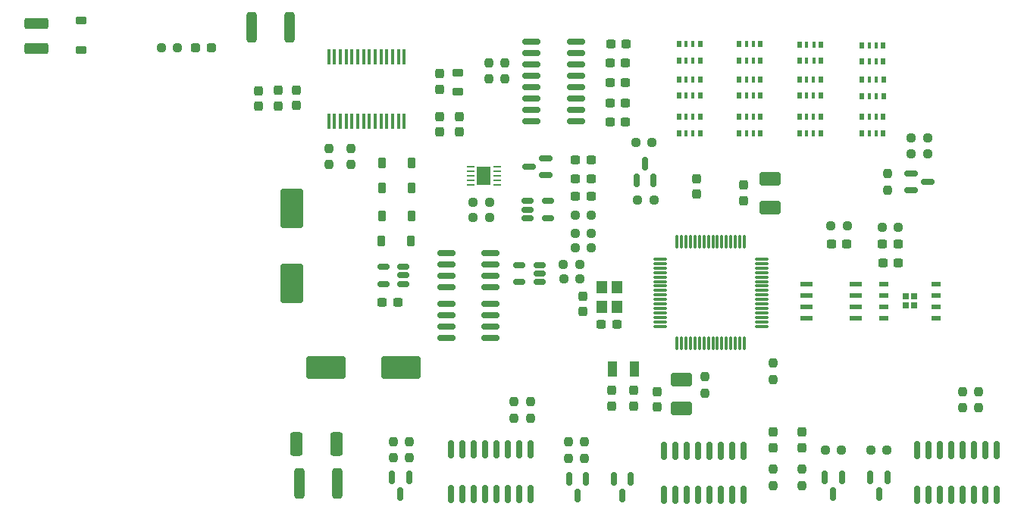
<source format=gtp>
%TF.GenerationSoftware,KiCad,Pcbnew,7.0.1*%
%TF.CreationDate,2023-06-06T18:19:58-03:00*%
%TF.ProjectId,HLI-M,484c492d-4d2e-46b6-9963-61645f706362,rev?*%
%TF.SameCoordinates,Original*%
%TF.FileFunction,Paste,Top*%
%TF.FilePolarity,Positive*%
%FSLAX46Y46*%
G04 Gerber Fmt 4.6, Leading zero omitted, Abs format (unit mm)*
G04 Created by KiCad (PCBNEW 7.0.1) date 2023-06-06 18:19:58*
%MOMM*%
%LPD*%
G01*
G04 APERTURE LIST*
G04 Aperture macros list*
%AMRoundRect*
0 Rectangle with rounded corners*
0 $1 Rounding radius*
0 $2 $3 $4 $5 $6 $7 $8 $9 X,Y pos of 4 corners*
0 Add a 4 corners polygon primitive as box body*
4,1,4,$2,$3,$4,$5,$6,$7,$8,$9,$2,$3,0*
0 Add four circle primitives for the rounded corners*
1,1,$1+$1,$2,$3*
1,1,$1+$1,$4,$5*
1,1,$1+$1,$6,$7*
1,1,$1+$1,$8,$9*
0 Add four rect primitives between the rounded corners*
20,1,$1+$1,$2,$3,$4,$5,0*
20,1,$1+$1,$4,$5,$6,$7,0*
20,1,$1+$1,$6,$7,$8,$9,0*
20,1,$1+$1,$8,$9,$2,$3,0*%
G04 Aperture macros list end*
%ADD10RoundRect,0.237500X-0.300000X-0.237500X0.300000X-0.237500X0.300000X0.237500X-0.300000X0.237500X0*%
%ADD11RoundRect,0.237500X0.300000X0.237500X-0.300000X0.237500X-0.300000X-0.237500X0.300000X-0.237500X0*%
%ADD12RoundRect,0.250001X0.924999X-0.499999X0.924999X0.499999X-0.924999X0.499999X-0.924999X-0.499999X0*%
%ADD13RoundRect,0.237500X0.237500X-0.300000X0.237500X0.300000X-0.237500X0.300000X-0.237500X-0.300000X0*%
%ADD14RoundRect,0.250001X-0.924999X0.499999X-0.924999X-0.499999X0.924999X-0.499999X0.924999X0.499999X0*%
%ADD15R,0.500000X0.800000*%
%ADD16R,0.400000X0.800000*%
%ADD17RoundRect,0.237500X-0.237500X0.287500X-0.237500X-0.287500X0.237500X-0.287500X0.237500X0.287500X0*%
%ADD18RoundRect,0.150000X0.150000X-0.587500X0.150000X0.587500X-0.150000X0.587500X-0.150000X-0.587500X0*%
%ADD19RoundRect,0.150000X-0.150000X0.587500X-0.150000X-0.587500X0.150000X-0.587500X0.150000X0.587500X0*%
%ADD20RoundRect,0.237500X-0.250000X-0.237500X0.250000X-0.237500X0.250000X0.237500X-0.250000X0.237500X0*%
%ADD21RoundRect,0.237500X0.250000X0.237500X-0.250000X0.237500X-0.250000X-0.237500X0.250000X-0.237500X0*%
%ADD22RoundRect,0.237500X-0.237500X0.250000X-0.237500X-0.250000X0.237500X-0.250000X0.237500X0.250000X0*%
%ADD23RoundRect,0.237500X0.237500X-0.250000X0.237500X0.250000X-0.237500X0.250000X-0.237500X-0.250000X0*%
%ADD24RoundRect,0.075000X0.662500X0.075000X-0.662500X0.075000X-0.662500X-0.075000X0.662500X-0.075000X0*%
%ADD25RoundRect,0.075000X0.075000X0.662500X-0.075000X0.662500X-0.075000X-0.662500X0.075000X-0.662500X0*%
%ADD26R,0.812800X0.254000*%
%ADD27R,1.600000X2.000000*%
%ADD28RoundRect,0.150000X-0.512500X-0.150000X0.512500X-0.150000X0.512500X0.150000X-0.512500X0.150000X0*%
%ADD29R,1.460500X0.538480*%
%ADD30RoundRect,0.150000X0.512500X0.150000X-0.512500X0.150000X-0.512500X-0.150000X0.512500X-0.150000X0*%
%ADD31RoundRect,0.150000X-0.150000X0.825000X-0.150000X-0.825000X0.150000X-0.825000X0.150000X0.825000X0*%
%ADD32RoundRect,0.150000X0.825000X0.150000X-0.825000X0.150000X-0.825000X-0.150000X0.825000X-0.150000X0*%
%ADD33RoundRect,0.237500X-0.237500X0.300000X-0.237500X-0.300000X0.237500X-0.300000X0.237500X0.300000X0*%
%ADD34RoundRect,0.218750X0.381250X-0.218750X0.381250X0.218750X-0.381250X0.218750X-0.381250X-0.218750X0*%
%ADD35RoundRect,0.250000X-0.312500X-1.450000X0.312500X-1.450000X0.312500X1.450000X-0.312500X1.450000X0*%
%ADD36RoundRect,0.237500X0.287500X0.237500X-0.287500X0.237500X-0.287500X-0.237500X0.287500X-0.237500X0*%
%ADD37RoundRect,0.150000X0.587500X0.150000X-0.587500X0.150000X-0.587500X-0.150000X0.587500X-0.150000X0*%
%ADD38RoundRect,0.250000X-1.950000X-1.000000X1.950000X-1.000000X1.950000X1.000000X-1.950000X1.000000X0*%
%ADD39RoundRect,0.150000X-0.587500X-0.150000X0.587500X-0.150000X0.587500X0.150000X-0.587500X0.150000X0*%
%ADD40RoundRect,0.225000X-0.225000X-0.375000X0.225000X-0.375000X0.225000X0.375000X-0.225000X0.375000X0*%
%ADD41RoundRect,0.250000X-1.000000X1.950000X-1.000000X-1.950000X1.000000X-1.950000X1.000000X1.950000X0*%
%ADD42R,1.200000X1.400000*%
%ADD43RoundRect,0.225000X0.375000X-0.225000X0.375000X0.225000X-0.375000X0.225000X-0.375000X-0.225000X0*%
%ADD44RoundRect,0.250000X0.425000X1.075000X-0.425000X1.075000X-0.425000X-1.075000X0.425000X-1.075000X0*%
%ADD45R,0.800000X0.800000*%
%ADD46R,1.100000X0.500000*%
%ADD47RoundRect,0.250000X0.312500X1.450000X-0.312500X1.450000X-0.312500X-1.450000X0.312500X-1.450000X0*%
%ADD48R,1.000000X1.800000*%
%ADD49RoundRect,0.250000X-1.075000X0.375000X-1.075000X-0.375000X1.075000X-0.375000X1.075000X0.375000X0*%
%ADD50R,0.450000X1.750000*%
G04 APERTURE END LIST*
D10*
%TO.C,C6*%
X110775000Y-75150000D03*
X112500000Y-75150000D03*
%TD*%
%TO.C,C9*%
X132337500Y-59200000D03*
X134062500Y-59200000D03*
%TD*%
%TO.C,C12*%
X132337500Y-63251000D03*
X134062500Y-63251000D03*
%TD*%
%TO.C,C13*%
X166650500Y-68630800D03*
X168375500Y-68630800D03*
%TD*%
D11*
%TO.C,C14*%
X168426300Y-70688200D03*
X166701300Y-70688200D03*
%TD*%
%TO.C,C15*%
X162662500Y-68600000D03*
X160937500Y-68600000D03*
%TD*%
D12*
%TO.C,C16*%
X154100000Y-64525000D03*
X154100000Y-61275000D03*
%TD*%
D13*
%TO.C,C17*%
X151155400Y-63752900D03*
X151155400Y-62027900D03*
%TD*%
%TO.C,C18*%
X145900000Y-63002478D03*
X145900000Y-61277478D03*
%TD*%
D14*
%TO.C,C20*%
X144145000Y-83719000D03*
X144145000Y-86969000D03*
%TD*%
D15*
%TO.C,CA1*%
X166751800Y-50254400D03*
D16*
X165951800Y-50254400D03*
X165151800Y-50254400D03*
D15*
X164351800Y-50254400D03*
X164351800Y-52054400D03*
D16*
X165151800Y-52054400D03*
X165951800Y-52054400D03*
D15*
X166751800Y-52054400D03*
%TD*%
%TO.C,CA4*%
X146284800Y-50203600D03*
D16*
X145484800Y-50203600D03*
X144684800Y-50203600D03*
D15*
X143884800Y-50203600D03*
X143884800Y-52003600D03*
D16*
X144684800Y-52003600D03*
X145484800Y-52003600D03*
D15*
X146284800Y-52003600D03*
%TD*%
D17*
%TO.C,LED2*%
X157632400Y-89625200D03*
X157632400Y-91375200D03*
%TD*%
%TO.C,LED3*%
X154406600Y-89585800D03*
X154406600Y-91335800D03*
%TD*%
D18*
%TO.C,Q3*%
X139150000Y-61475000D03*
X141050000Y-61475000D03*
X140100000Y-59600000D03*
%TD*%
D19*
%TO.C,Q5*%
X133538000Y-94818600D03*
X131638000Y-94818600D03*
X132588000Y-96693600D03*
%TD*%
D20*
%TO.C,R3*%
X86075000Y-46700000D03*
X87900000Y-46700000D03*
%TD*%
%TO.C,R4*%
X120905900Y-63906400D03*
X122730900Y-63906400D03*
%TD*%
D21*
%TO.C,R5*%
X122756300Y-65659000D03*
X120931300Y-65659000D03*
%TD*%
D20*
%TO.C,R7*%
X166575100Y-66700400D03*
X168400100Y-66700400D03*
%TD*%
D22*
%TO.C,R9*%
X127330200Y-86236800D03*
X127330200Y-88061800D03*
%TD*%
%TO.C,R8*%
X125501400Y-86233000D03*
X125501400Y-88058000D03*
%TD*%
D20*
%TO.C,R12*%
X160887500Y-66600000D03*
X162712500Y-66600000D03*
%TD*%
D23*
%TO.C,R13*%
X146812000Y-85240500D03*
X146812000Y-83415500D03*
%TD*%
%TO.C,R27*%
X157632400Y-95603700D03*
X157632400Y-93778700D03*
%TD*%
%TO.C,R28*%
X154406600Y-95564300D03*
X154406600Y-93739300D03*
%TD*%
D21*
%TO.C,R29*%
X134112500Y-67400000D03*
X132287500Y-67400000D03*
%TD*%
D20*
%TO.C,R30*%
X132287500Y-69025600D03*
X134112500Y-69025600D03*
%TD*%
%TO.C,R20*%
X139287500Y-63700000D03*
X141112500Y-63700000D03*
%TD*%
D22*
%TO.C,R24*%
X131521200Y-90728800D03*
X131521200Y-92553800D03*
%TD*%
D15*
%TO.C,RA1*%
X166732800Y-46393600D03*
D16*
X165932800Y-46393600D03*
X165132800Y-46393600D03*
D15*
X164332800Y-46393600D03*
X164332800Y-48193600D03*
D16*
X165132800Y-48193600D03*
X165932800Y-48193600D03*
D15*
X166732800Y-48193600D03*
%TD*%
%TO.C,RA3*%
X153016800Y-46266600D03*
D16*
X152216800Y-46266600D03*
X151416800Y-46266600D03*
D15*
X150616800Y-46266600D03*
X150616800Y-48066600D03*
D16*
X151416800Y-48066600D03*
X152216800Y-48066600D03*
D15*
X153016800Y-48066600D03*
%TD*%
%TO.C,RA4*%
X146284800Y-46266600D03*
D16*
X145484800Y-46266600D03*
X144684800Y-46266600D03*
D15*
X143884800Y-46266600D03*
X143884800Y-48066600D03*
D16*
X144684800Y-48066600D03*
X145484800Y-48066600D03*
D15*
X146284800Y-48066600D03*
%TD*%
%TO.C,RA5*%
X166732800Y-54394600D03*
D16*
X165932800Y-54394600D03*
X165132800Y-54394600D03*
D15*
X164332800Y-54394600D03*
X164332800Y-56194600D03*
D16*
X165132800Y-56194600D03*
X165932800Y-56194600D03*
D15*
X166732800Y-56194600D03*
%TD*%
%TO.C,RA7*%
X153016800Y-54394600D03*
D16*
X152216800Y-54394600D03*
X151416800Y-54394600D03*
D15*
X150616800Y-54394600D03*
X150616800Y-56194600D03*
D16*
X151416800Y-56194600D03*
X152216800Y-56194600D03*
D15*
X153016800Y-56194600D03*
%TD*%
%TO.C,RA8*%
X146284800Y-54394600D03*
D16*
X145484800Y-54394600D03*
X144684800Y-54394600D03*
D15*
X143884800Y-54394600D03*
X143884800Y-56194600D03*
D16*
X144684800Y-56194600D03*
X145484800Y-56194600D03*
D15*
X146284800Y-56194600D03*
%TD*%
D24*
%TO.C,U1*%
X153109500Y-77791000D03*
X153109500Y-77291000D03*
X153109500Y-76791000D03*
X153109500Y-76291000D03*
X153109500Y-75791000D03*
X153109500Y-75291000D03*
X153109500Y-74791000D03*
X153109500Y-74291000D03*
X153109500Y-73791000D03*
X153109500Y-73291000D03*
X153109500Y-72791000D03*
X153109500Y-72291000D03*
X153109500Y-71791000D03*
X153109500Y-71291000D03*
X153109500Y-70791000D03*
X153109500Y-70291000D03*
D25*
X151197000Y-68378500D03*
X150697000Y-68378500D03*
X150197000Y-68378500D03*
X149697000Y-68378500D03*
X149197000Y-68378500D03*
X148697000Y-68378500D03*
X148197000Y-68378500D03*
X147697000Y-68378500D03*
X147197000Y-68378500D03*
X146697000Y-68378500D03*
X146197000Y-68378500D03*
X145697000Y-68378500D03*
X145197000Y-68378500D03*
X144697000Y-68378500D03*
X144197000Y-68378500D03*
X143697000Y-68378500D03*
D24*
X141784500Y-70291000D03*
X141784500Y-70791000D03*
X141784500Y-71291000D03*
X141784500Y-71791000D03*
X141784500Y-72291000D03*
X141784500Y-72791000D03*
X141784500Y-73291000D03*
X141784500Y-73791000D03*
X141784500Y-74291000D03*
X141784500Y-74791000D03*
X141784500Y-75291000D03*
X141784500Y-75791000D03*
X141784500Y-76291000D03*
X141784500Y-76791000D03*
X141784500Y-77291000D03*
X141784500Y-77791000D03*
D25*
X143697000Y-79703500D03*
X144197000Y-79703500D03*
X144697000Y-79703500D03*
X145197000Y-79703500D03*
X145697000Y-79703500D03*
X146197000Y-79703500D03*
X146697000Y-79703500D03*
X147197000Y-79703500D03*
X147697000Y-79703500D03*
X148197000Y-79703500D03*
X148697000Y-79703500D03*
X149197000Y-79703500D03*
X149697000Y-79703500D03*
X150197000Y-79703500D03*
X150697000Y-79703500D03*
X151197000Y-79703500D03*
%TD*%
D26*
%TO.C,U6*%
X120670600Y-59951999D03*
X120670600Y-60452001D03*
X120670600Y-60952000D03*
X120670600Y-61451999D03*
X120670600Y-61952001D03*
X123566200Y-61952001D03*
X123566200Y-61451999D03*
X123566200Y-60952000D03*
X123566200Y-60452001D03*
X123566200Y-59951999D03*
D27*
X122118400Y-60952000D03*
%TD*%
D28*
%TO.C,U7*%
X127000000Y-63800000D03*
X127000000Y-64750000D03*
X127000000Y-65700000D03*
X129275000Y-65700000D03*
X129275000Y-63800000D03*
%TD*%
D29*
%TO.C,U2*%
X163608650Y-76911200D03*
X163608650Y-75641200D03*
X163608650Y-74371200D03*
X163608650Y-73101200D03*
X158160350Y-73101200D03*
X158160350Y-74371200D03*
X158160350Y-75641200D03*
X158160350Y-76911200D03*
%TD*%
D30*
%TO.C,U5*%
X128365600Y-72867600D03*
X128365600Y-71917600D03*
X128365600Y-70967600D03*
X126090600Y-70967600D03*
X126090600Y-72867600D03*
%TD*%
D31*
%TO.C,U12*%
X179425600Y-91632000D03*
X178155600Y-91632000D03*
X176885600Y-91632000D03*
X175615600Y-91632000D03*
X174345600Y-91632000D03*
X173075600Y-91632000D03*
X171805600Y-91632000D03*
X170535600Y-91632000D03*
X170535600Y-96582000D03*
X171805600Y-96582000D03*
X173075600Y-96582000D03*
X174345600Y-96582000D03*
X175615600Y-96582000D03*
X176885600Y-96582000D03*
X178155600Y-96582000D03*
X179425600Y-96582000D03*
%TD*%
%TO.C,U11*%
X151130000Y-91694000D03*
X149860000Y-91694000D03*
X148590000Y-91694000D03*
X147320000Y-91694000D03*
X146050000Y-91694000D03*
X144780000Y-91694000D03*
X143510000Y-91694000D03*
X142240000Y-91694000D03*
X142240000Y-96644000D03*
X143510000Y-96644000D03*
X144780000Y-96644000D03*
X146050000Y-96644000D03*
X147320000Y-96644000D03*
X148590000Y-96644000D03*
X149860000Y-96644000D03*
X151130000Y-96644000D03*
%TD*%
%TO.C,U10*%
X127330200Y-91555800D03*
X126060200Y-91555800D03*
X124790200Y-91555800D03*
X123520200Y-91555800D03*
X122250200Y-91555800D03*
X120980200Y-91555800D03*
X119710200Y-91555800D03*
X118440200Y-91555800D03*
X118440200Y-96505800D03*
X119710200Y-96505800D03*
X120980200Y-96505800D03*
X122250200Y-96505800D03*
X123520200Y-96505800D03*
X124790200Y-96505800D03*
X126060200Y-96505800D03*
X127330200Y-96505800D03*
%TD*%
D22*
%TO.C,R23*%
X133299200Y-90728800D03*
X133299200Y-92553800D03*
%TD*%
D19*
%TO.C,Q4*%
X138516400Y-94818600D03*
X136616400Y-94818600D03*
X137566400Y-96693600D03*
%TD*%
%TO.C,Q7*%
X162084300Y-94652600D03*
X160184300Y-94652600D03*
X161134300Y-96527600D03*
%TD*%
D20*
%TO.C,R26*%
X160225100Y-91592400D03*
X162050100Y-91592400D03*
%TD*%
%TO.C,R25*%
X165305100Y-91592300D03*
X167130100Y-91592300D03*
%TD*%
D19*
%TO.C,Q6*%
X167193000Y-94693500D03*
X165293000Y-94693500D03*
X166243000Y-96568500D03*
%TD*%
D22*
%TO.C,R10*%
X175620000Y-85087500D03*
X175620000Y-86912500D03*
%TD*%
D32*
%TO.C,U4*%
X122865000Y-79121000D03*
X122865000Y-77851000D03*
X122865000Y-76581000D03*
X122865000Y-75311000D03*
X117915000Y-75311000D03*
X117915000Y-76581000D03*
X117915000Y-77851000D03*
X117915000Y-79121000D03*
%TD*%
D20*
%TO.C,R15*%
X131015500Y-72466200D03*
X132840500Y-72466200D03*
%TD*%
%TO.C,R16*%
X130992000Y-70866000D03*
X132817000Y-70866000D03*
%TD*%
D30*
%TO.C,U8*%
X113137500Y-73050000D03*
X113137500Y-72100000D03*
X113137500Y-71150000D03*
X110862500Y-71150000D03*
X110862500Y-73050000D03*
%TD*%
D33*
%TO.C,C19*%
X141478000Y-85116500D03*
X141478000Y-86841500D03*
%TD*%
D32*
%TO.C,U3*%
X132384600Y-54874000D03*
X132384600Y-53604000D03*
X132384600Y-52334000D03*
X132384600Y-51064000D03*
X132384600Y-49794000D03*
X132384600Y-48524000D03*
X132384600Y-47254000D03*
X132384600Y-45984000D03*
X127434600Y-45984000D03*
X127434600Y-47254000D03*
X127434600Y-48524000D03*
X127434600Y-49794000D03*
X127434600Y-51064000D03*
X127434600Y-52334000D03*
X127434600Y-53604000D03*
X127434600Y-54874000D03*
%TD*%
D10*
%TO.C,C27*%
X136222100Y-50530600D03*
X137947100Y-50530600D03*
%TD*%
%TO.C,C28*%
X136222100Y-52816600D03*
X137947100Y-52816600D03*
%TD*%
%TO.C,C25*%
X136285100Y-46212600D03*
X138010100Y-46212600D03*
%TD*%
%TO.C,C29*%
X136222100Y-54975600D03*
X137947100Y-54975600D03*
%TD*%
D11*
%TO.C,C26*%
X137947100Y-48371600D03*
X136222100Y-48371600D03*
%TD*%
D34*
%TO.C,L1*%
X119202200Y-51583100D03*
X119202200Y-49458100D03*
%TD*%
D22*
%TO.C,R11*%
X177360000Y-85077500D03*
X177360000Y-86902500D03*
%TD*%
D15*
%TO.C,CA2*%
X159746800Y-50203600D03*
D16*
X158946800Y-50203600D03*
X158146800Y-50203600D03*
D15*
X157346800Y-50203600D03*
X157346800Y-52003600D03*
D16*
X158146800Y-52003600D03*
X158946800Y-52003600D03*
D15*
X159746800Y-52003600D03*
%TD*%
%TO.C,RA2*%
X159766800Y-46328600D03*
D16*
X158966800Y-46328600D03*
X158166800Y-46328600D03*
D15*
X157366800Y-46328600D03*
X157366800Y-48128600D03*
D16*
X158166800Y-48128600D03*
X158966800Y-48128600D03*
D15*
X159766800Y-48128600D03*
%TD*%
%TO.C,RA6*%
X159746800Y-54394600D03*
D16*
X158946800Y-54394600D03*
X158146800Y-54394600D03*
D15*
X157346800Y-54394600D03*
X157346800Y-56194600D03*
D16*
X158146800Y-56194600D03*
X158946800Y-56194600D03*
D15*
X159746800Y-56194600D03*
%TD*%
D19*
%TO.C,Q2*%
X113751400Y-94668100D03*
X111851400Y-94668100D03*
X112801400Y-96543100D03*
%TD*%
D13*
%TO.C,C7*%
X117200000Y-56100000D03*
X117200000Y-54375000D03*
%TD*%
%TO.C,C8*%
X119400000Y-56100000D03*
X119400000Y-54375000D03*
%TD*%
D15*
%TO.C,CA3*%
X153016800Y-50203600D03*
D16*
X152216800Y-50203600D03*
X151416800Y-50203600D03*
D15*
X150616800Y-50203600D03*
X150616800Y-52003600D03*
D16*
X151416800Y-52003600D03*
X152216800Y-52003600D03*
D15*
X153016800Y-52003600D03*
%TD*%
D23*
%TO.C,R18*%
X113766600Y-92479500D03*
X113766600Y-90654500D03*
%TD*%
D35*
%TO.C,RT2*%
X101465200Y-95351600D03*
X105740200Y-95351600D03*
%TD*%
D23*
%TO.C,R21*%
X124460000Y-50163100D03*
X124460000Y-48338100D03*
%TD*%
D33*
%TO.C,C24*%
X136420000Y-84957500D03*
X136420000Y-86682500D03*
%TD*%
D20*
%TO.C,R6*%
X132297700Y-65400000D03*
X134122700Y-65400000D03*
%TD*%
D36*
%TO.C,LED1*%
X91672500Y-46700000D03*
X89922500Y-46700000D03*
%TD*%
D11*
%TO.C,C21*%
X136952500Y-77610000D03*
X135227500Y-77610000D03*
%TD*%
D22*
%TO.C,R32*%
X167182800Y-60733300D03*
X167182800Y-62558300D03*
%TD*%
D37*
%TO.C,Q1*%
X129037500Y-60900000D03*
X129037500Y-59000000D03*
X127162500Y-59950000D03*
%TD*%
D38*
%TO.C,C5*%
X104437500Y-82360000D03*
X112837500Y-82360000D03*
%TD*%
D33*
%TO.C,C4*%
X117195600Y-49581900D03*
X117195600Y-51306900D03*
%TD*%
D22*
%TO.C,R2*%
X107300000Y-57900000D03*
X107300000Y-59725000D03*
%TD*%
D39*
%TO.C,Q8*%
X169801300Y-60723500D03*
X169801300Y-62623500D03*
X171676300Y-61673500D03*
%TD*%
D40*
%TO.C,D5*%
X110675000Y-68300000D03*
X113975000Y-68300000D03*
%TD*%
D41*
%TO.C,C10*%
X100700000Y-64600000D03*
X100700000Y-73000000D03*
%TD*%
D23*
%TO.C,R14*%
X154381200Y-83741900D03*
X154381200Y-81916900D03*
%TD*%
D42*
%TO.C,Y2*%
X135260000Y-73420000D03*
X135260000Y-75620000D03*
X136960000Y-75620000D03*
X136960000Y-73420000D03*
%TD*%
D22*
%TO.C,R1*%
X104800000Y-57900000D03*
X104800000Y-59725000D03*
%TD*%
D40*
%TO.C,D1*%
X110750000Y-59525000D03*
X114050000Y-59525000D03*
%TD*%
D20*
%TO.C,R19*%
X139087500Y-57230000D03*
X140912500Y-57230000D03*
%TD*%
D43*
%TO.C,D6*%
X77125000Y-46900000D03*
X77125000Y-43600000D03*
%TD*%
D44*
%TO.C,D3*%
X105650000Y-90925000D03*
X101150000Y-90925000D03*
%TD*%
D13*
%TO.C,C1*%
X96894000Y-53189500D03*
X96894000Y-51464500D03*
%TD*%
D23*
%TO.C,R22*%
X122656600Y-50163100D03*
X122656600Y-48338100D03*
%TD*%
D45*
%TO.C,U2-A*%
X170198300Y-75455400D03*
X170198300Y-74455400D03*
X169198300Y-75455400D03*
X169198300Y-74455400D03*
D46*
X172598300Y-76860400D03*
X172598300Y-75590400D03*
X172598300Y-74320400D03*
X172598300Y-73050400D03*
X166798300Y-73050400D03*
X166798300Y-74320400D03*
X166798300Y-75590400D03*
X166798300Y-76860400D03*
%TD*%
D22*
%TO.C,R17*%
X112014000Y-90654500D03*
X112014000Y-92479500D03*
%TD*%
D21*
%TO.C,R31*%
X171651300Y-58496200D03*
X169826300Y-58496200D03*
%TD*%
D47*
%TO.C,RT1*%
X100431600Y-44399200D03*
X96156600Y-44399200D03*
%TD*%
D33*
%TO.C,C22*%
X133180000Y-74447500D03*
X133180000Y-76172500D03*
%TD*%
%TO.C,C23*%
X138880000Y-84977500D03*
X138880000Y-86702500D03*
%TD*%
D10*
%TO.C,C11*%
X132337500Y-61300000D03*
X134062500Y-61300000D03*
%TD*%
D40*
%TO.C,D4*%
X110750000Y-65455800D03*
X114050000Y-65455800D03*
%TD*%
D13*
%TO.C,C2*%
X99094000Y-53152000D03*
X99094000Y-51427000D03*
%TD*%
D48*
%TO.C,Y1*%
X136440000Y-82560000D03*
X138940000Y-82560000D03*
%TD*%
D49*
%TO.C,F1*%
X72110600Y-43989800D03*
X72110600Y-46789800D03*
%TD*%
D40*
%TO.C,D2*%
X110725000Y-62350000D03*
X114025000Y-62350000D03*
%TD*%
D13*
%TO.C,C3*%
X101194000Y-53114500D03*
X101194000Y-51389500D03*
%TD*%
D32*
%TO.C,U5-A*%
X122865000Y-73431400D03*
X122865000Y-72161400D03*
X122865000Y-70891400D03*
X122865000Y-69621400D03*
X117915000Y-69621400D03*
X117915000Y-70891400D03*
X117915000Y-72161400D03*
X117915000Y-73431400D03*
%TD*%
D50*
%TO.C,U9*%
X104775000Y-54900000D03*
X105425000Y-54900000D03*
X106075000Y-54900000D03*
X106725000Y-54900000D03*
X107375000Y-54900000D03*
X108025000Y-54900000D03*
X108675000Y-54900000D03*
X109325000Y-54900000D03*
X109975000Y-54900000D03*
X110625000Y-54900000D03*
X111275000Y-54900000D03*
X111925000Y-54900000D03*
X112575000Y-54900000D03*
X113225000Y-54900000D03*
X113225000Y-47700000D03*
X112575000Y-47700000D03*
X111925000Y-47700000D03*
X111275000Y-47700000D03*
X110625000Y-47700000D03*
X109975000Y-47700000D03*
X109325000Y-47700000D03*
X108675000Y-47700000D03*
X108025000Y-47700000D03*
X107375000Y-47700000D03*
X106725000Y-47700000D03*
X106075000Y-47700000D03*
X105425000Y-47700000D03*
X104775000Y-47700000D03*
%TD*%
D21*
%TO.C,R33*%
X171676700Y-56743600D03*
X169851700Y-56743600D03*
%TD*%
M02*

</source>
